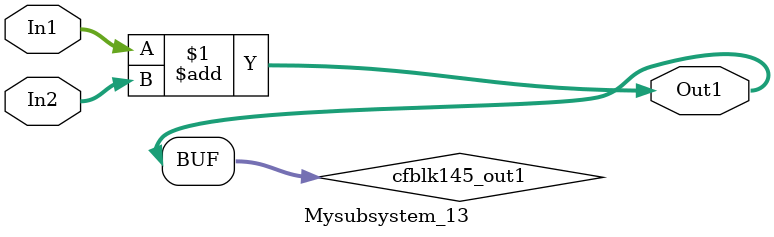
<source format=v>



`timescale 1 ns / 1 ns

module Mysubsystem_13
          (In1,
           In2,
           Out1);


  input   [7:0] In1;  // uint8
  input   [7:0] In2;  // uint8
  output  [7:0] Out1;  // uint8


  wire [7:0] cfblk145_out1;  // uint8


  assign cfblk145_out1 = In1 + In2;



  assign Out1 = cfblk145_out1;

endmodule  // Mysubsystem_13


</source>
